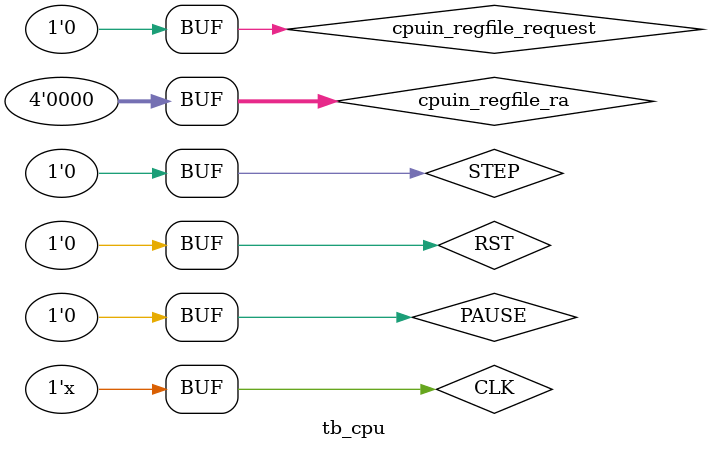
<source format=v>
`timescale 1ns / 1ps


module tb_cpu;

	// Inputs
	reg CLK;
	reg PAUSE;
	reg RST;
	reg STEP;
	reg cpuin_regfile_request;
	reg [3:0] cpuin_regfile_ra;

	// Outputs
	wire cpuout_regfile_grant;
	wire [15:0] cpuout_regfile_rd;
	wire [7:0] cpuout_PC;
	wire [15:0] cpuout_IF_insn;
	wire [15:0] cpuout_ID_insn;
	wire [15:0] cpuout_EX_insn;
	wire [15:0] cpuout_MEM_insn;
	wire [15:0] cpuout_WB_insn;
	wire cpuout_memupdate;
	wire [7:0] cpuout_memaddr;
	wire [15:0] cpuout_memdata;

	// Instantiate the Unit Under Test (UUT)
	cpu uut (
		.CLK(CLK), 
		.PAUSE(PAUSE), 
		.RST(RST), 
		.STEP(STEP), 
		.cpuin_regfile_request(cpuin_regfile_request), 
		.cpuin_regfile_ra(cpuin_regfile_ra), 
		.cpuout_regfile_grant(cpuout_regfile_grant), 
		.cpuout_regfile_rd(cpuout_regfile_rd), 
		.cpuout_PC(cpuout_PC), 
		.cpuout_IF_insn(cpuout_IF_insn), 
		.cpuout_ID_insn(cpuout_ID_insn), 
		.cpuout_EX_insn(cpuout_EX_insn), 
		.cpuout_MEM_insn(cpuout_MEM_insn), 
		.cpuout_WB_insn(cpuout_WB_insn), 
		.cpuout_memupdate(cpuout_memupdate), 
		.cpuout_memaddr(cpuout_memaddr), 
		.cpuout_memdata(cpuout_memdata)
	);
	
	always #5 CLK <= ~CLK;

	initial begin
		// Initialize Inputs
		CLK = 0;
		PAUSE = 0;
		RST = 0;
		STEP = 0;
		cpuin_regfile_request = 0;
		cpuin_regfile_ra = 0;

		// Wait 100 ns for global reset to finish
		#100;
        
		// Add stimulus here
	 
	 // Reset
    RST = 1;
    #10;
    RST = 0;
    #10;

    #70;
    PAUSE = 1;
    #100;

    STEP = 1;
    #30;
    STEP = 0;
    #30;
    STEP = 1;
    #30;
    STEP = 0;
    #30;
    STEP = 1;
    #1500;

    STEP = 0;
    #500;

    STEP = 1;
    #30;
    STEP = 0;
    #30;
    STEP = 1;
    #30;
    STEP = 0;
    #30;
    STEP = 1;
    #1500;

    STEP = 0;
    PAUSE = 0;

    #1000;
	end
      
endmodule


</source>
